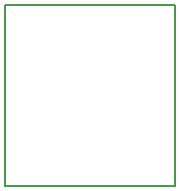
<source format=gbr>
G04 DipTrace 3.0.0.2*
G04 BoardOutline.gbr*
%MOIN*%
G04 #@! TF.FileFunction,Profile*
G04 #@! TF.Part,Single*
%ADD11C,0.005512*%
%FSLAX26Y26*%
G04*
G70*
G90*
G75*
G01*
G04 BoardOutline*
%LPD*%
X394016Y996378D2*
D11*
X960945D1*
Y394016D1*
X394016D1*
Y996378D1*
M02*

</source>
